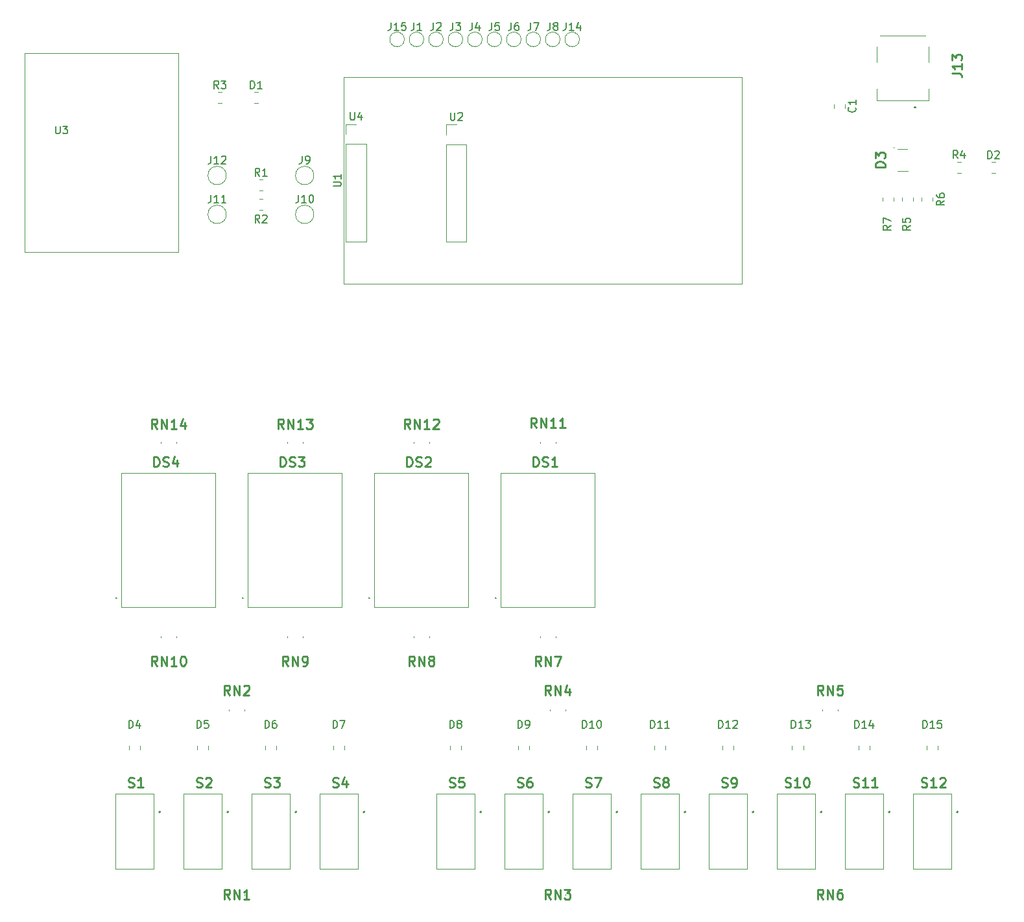
<source format=gto>
G04 #@! TF.GenerationSoftware,KiCad,Pcbnew,(5.1.8)-1*
G04 #@! TF.CreationDate,2021-01-01T13:05:33+09:00*
G04 #@! TF.ProjectId,mifune_TE0890_local_board,6d696675-6e65-45f5-9445-303839305f6c,0.1*
G04 #@! TF.SameCoordinates,Original*
G04 #@! TF.FileFunction,Legend,Top*
G04 #@! TF.FilePolarity,Positive*
%FSLAX46Y46*%
G04 Gerber Fmt 4.6, Leading zero omitted, Abs format (unit mm)*
G04 Created by KiCad (PCBNEW (5.1.8)-1) date 2021-01-01 13:05:33*
%MOMM*%
%LPD*%
G01*
G04 APERTURE LIST*
%ADD10C,0.120000*%
%ADD11C,0.100000*%
%ADD12C,0.200000*%
%ADD13C,0.150000*%
%ADD14C,0.254000*%
G04 APERTURE END LIST*
D10*
X139030000Y-66840000D02*
X139030000Y-39840000D01*
X87030000Y-39840000D02*
X87030000Y-66840000D01*
X139030000Y-39840000D02*
X87030000Y-39840000D01*
X87030000Y-66840000D02*
X139030000Y-66840000D01*
X65405000Y-36755000D02*
X45385000Y-36755000D01*
X65405000Y-62725000D02*
X65405000Y-36755000D01*
X45385000Y-62725000D02*
X45385000Y-36755000D01*
X65405000Y-62725000D02*
X45385000Y-62725000D01*
X71685000Y-57785000D02*
G75*
G03*
X71685000Y-57785000I-1200000J0D01*
G01*
X71685000Y-52705000D02*
G75*
G03*
X71685000Y-52705000I-1200000J0D01*
G01*
X75826252Y-43280000D02*
X75303748Y-43280000D01*
X75826252Y-41810000D02*
X75303748Y-41810000D01*
X70622936Y-43280000D02*
X71077064Y-43280000D01*
X70622936Y-41810000D02*
X71077064Y-41810000D01*
X151010000Y-43366248D02*
X151010000Y-43888752D01*
X152480000Y-43366248D02*
X152480000Y-43888752D01*
X172093752Y-50915000D02*
X171571248Y-50915000D01*
X172093752Y-52385000D02*
X171571248Y-52385000D01*
D11*
X160650000Y-52150000D02*
X159300000Y-52150000D01*
X160600000Y-49250000D02*
X159350000Y-49250000D01*
X158850000Y-49100000D02*
X158850000Y-49100000D01*
X158850000Y-49000000D02*
X158850000Y-49000000D01*
X158850000Y-49100000D02*
G75*
G02*
X158850000Y-49000000I0J50000D01*
G01*
X158850000Y-49000000D02*
G75*
G02*
X158850000Y-49100000I0J-50000D01*
G01*
D10*
X58955000Y-127747752D02*
X58955000Y-127225248D01*
X60425000Y-127747752D02*
X60425000Y-127225248D01*
X69315000Y-127747752D02*
X69315000Y-127225248D01*
X67845000Y-127747752D02*
X67845000Y-127225248D01*
X76735000Y-127769252D02*
X76735000Y-127246748D01*
X78205000Y-127769252D02*
X78205000Y-127246748D01*
X87095000Y-127769252D02*
X87095000Y-127246748D01*
X85625000Y-127769252D02*
X85625000Y-127246748D01*
X100865000Y-127747752D02*
X100865000Y-127225248D01*
X102335000Y-127747752D02*
X102335000Y-127225248D01*
X111225000Y-127769252D02*
X111225000Y-127246748D01*
X109755000Y-127769252D02*
X109755000Y-127246748D01*
X118645000Y-127747752D02*
X118645000Y-127225248D01*
X120115000Y-127747752D02*
X120115000Y-127225248D01*
X129005000Y-127769252D02*
X129005000Y-127246748D01*
X127535000Y-127769252D02*
X127535000Y-127246748D01*
X136425000Y-127769252D02*
X136425000Y-127246748D01*
X137895000Y-127769252D02*
X137895000Y-127246748D01*
X147017500Y-127769252D02*
X147017500Y-127246748D01*
X145547500Y-127769252D02*
X145547500Y-127246748D01*
X154205000Y-127747752D02*
X154205000Y-127225248D01*
X155675000Y-127747752D02*
X155675000Y-127225248D01*
X164565000Y-127769252D02*
X164565000Y-127246748D01*
X163095000Y-127769252D02*
X163095000Y-127246748D01*
D11*
X107540000Y-91580000D02*
X119790000Y-91580000D01*
X119790000Y-91580000D02*
X119790000Y-109080000D01*
X119790000Y-109080000D02*
X107540000Y-109080000D01*
X107540000Y-109080000D02*
X107540000Y-91580000D01*
D12*
X106785000Y-107950000D02*
X106785000Y-107950000D01*
X106885000Y-107950000D02*
X106885000Y-107950000D01*
X106785000Y-107950000D02*
X106785000Y-107950000D01*
X106885000Y-107950000D02*
G75*
G02*
X106785000Y-107950000I-50000J0D01*
G01*
X106785000Y-107950000D02*
G75*
G02*
X106885000Y-107950000I50000J0D01*
G01*
X106885000Y-107950000D02*
G75*
G02*
X106785000Y-107950000I-50000J0D01*
G01*
X90275000Y-107950000D02*
X90275000Y-107950000D01*
X90375000Y-107950000D02*
X90375000Y-107950000D01*
X90275000Y-107950000D02*
X90275000Y-107950000D01*
D11*
X91030000Y-109080000D02*
X91030000Y-91580000D01*
X103280000Y-109080000D02*
X91030000Y-109080000D01*
X103280000Y-91580000D02*
X103280000Y-109080000D01*
X91030000Y-91580000D02*
X103280000Y-91580000D01*
D12*
X90375000Y-107950000D02*
G75*
G02*
X90275000Y-107950000I-50000J0D01*
G01*
X90275000Y-107950000D02*
G75*
G02*
X90375000Y-107950000I50000J0D01*
G01*
X90375000Y-107950000D02*
G75*
G02*
X90275000Y-107950000I-50000J0D01*
G01*
D11*
X74520000Y-91580000D02*
X86770000Y-91580000D01*
X86770000Y-91580000D02*
X86770000Y-109080000D01*
X86770000Y-109080000D02*
X74520000Y-109080000D01*
X74520000Y-109080000D02*
X74520000Y-91580000D01*
D12*
X73765000Y-107950000D02*
X73765000Y-107950000D01*
X73865000Y-107950000D02*
X73865000Y-107950000D01*
X73765000Y-107950000D02*
X73765000Y-107950000D01*
X73865000Y-107950000D02*
G75*
G02*
X73765000Y-107950000I-50000J0D01*
G01*
X73765000Y-107950000D02*
G75*
G02*
X73865000Y-107950000I50000J0D01*
G01*
X73865000Y-107950000D02*
G75*
G02*
X73765000Y-107950000I-50000J0D01*
G01*
X57255000Y-107950000D02*
X57255000Y-107950000D01*
X57355000Y-107950000D02*
X57355000Y-107950000D01*
X57255000Y-107950000D02*
X57255000Y-107950000D01*
D11*
X58010000Y-109080000D02*
X58010000Y-91580000D01*
X70260000Y-109080000D02*
X58010000Y-109080000D01*
X70260000Y-91580000D02*
X70260000Y-109080000D01*
X58010000Y-91580000D02*
X70260000Y-91580000D01*
D12*
X57355000Y-107950000D02*
G75*
G02*
X57255000Y-107950000I-50000J0D01*
G01*
X57255000Y-107950000D02*
G75*
G02*
X57355000Y-107950000I50000J0D01*
G01*
X57355000Y-107950000D02*
G75*
G02*
X57255000Y-107950000I-50000J0D01*
G01*
X161700000Y-43800000D02*
X161700000Y-43800000D01*
X161500000Y-43800000D02*
X161500000Y-43800000D01*
D11*
X163350000Y-35900000D02*
X163350000Y-37900000D01*
X156650000Y-35900000D02*
X156650000Y-37900000D01*
X157000000Y-34450000D02*
X163000000Y-34450000D01*
X156650000Y-42900000D02*
X156650000Y-41400000D01*
X163350000Y-42900000D02*
X156650000Y-42900000D01*
X163350000Y-41400000D02*
X163350000Y-42900000D01*
D12*
X161700000Y-43800000D02*
G75*
G03*
X161500000Y-43800000I-100000J0D01*
G01*
X161500000Y-43800000D02*
G75*
G03*
X161700000Y-43800000I100000J0D01*
G01*
D10*
X75972936Y-54710000D02*
X76427064Y-54710000D01*
X75972936Y-53240000D02*
X76427064Y-53240000D01*
X75972936Y-55780000D02*
X76427064Y-55780000D01*
X75972936Y-57250000D02*
X76427064Y-57250000D01*
X167122936Y-50915000D02*
X167577064Y-50915000D01*
X167122936Y-52385000D02*
X167577064Y-52385000D01*
X161370000Y-55597936D02*
X161370000Y-56052064D01*
X159900000Y-55597936D02*
X159900000Y-56052064D01*
X163910000Y-56052064D02*
X163910000Y-55597936D01*
X162440000Y-56052064D02*
X162440000Y-55597936D01*
X157360000Y-55597936D02*
X157360000Y-56052064D01*
X158830000Y-55597936D02*
X158830000Y-56052064D01*
D11*
X72025000Y-146585000D02*
X72025000Y-146785000D01*
X74025000Y-146585000D02*
X74025000Y-146785000D01*
X74025000Y-122455000D02*
X74025000Y-122655000D01*
X72025000Y-122455000D02*
X72025000Y-122655000D01*
X115935000Y-146585000D02*
X115935000Y-146785000D01*
X113935000Y-146585000D02*
X113935000Y-146785000D01*
X115935000Y-122455000D02*
X115935000Y-122655000D01*
X113935000Y-122455000D02*
X113935000Y-122655000D01*
X149495000Y-122455000D02*
X149495000Y-122655000D01*
X151495000Y-122455000D02*
X151495000Y-122655000D01*
X149495000Y-146585000D02*
X149495000Y-146785000D01*
X151495000Y-146585000D02*
X151495000Y-146785000D01*
X112665000Y-112930000D02*
X112665000Y-113130000D01*
X114665000Y-112930000D02*
X114665000Y-113130000D01*
X98155000Y-112930000D02*
X98155000Y-113130000D01*
X96155000Y-112930000D02*
X96155000Y-113130000D01*
X79645000Y-112930000D02*
X79645000Y-113130000D01*
X81645000Y-112930000D02*
X81645000Y-113130000D01*
X65135000Y-112930000D02*
X65135000Y-113130000D01*
X63135000Y-112930000D02*
X63135000Y-113130000D01*
X112665000Y-87530000D02*
X112665000Y-87730000D01*
X114665000Y-87530000D02*
X114665000Y-87730000D01*
X98155000Y-87530000D02*
X98155000Y-87730000D01*
X96155000Y-87530000D02*
X96155000Y-87730000D01*
X79645000Y-87530000D02*
X79645000Y-87730000D01*
X81645000Y-87530000D02*
X81645000Y-87730000D01*
X65135000Y-87530000D02*
X65135000Y-87730000D01*
X63135000Y-87530000D02*
X63135000Y-87730000D01*
X57190000Y-133530000D02*
X62190000Y-133530000D01*
X62190000Y-133530000D02*
X62190000Y-143330000D01*
X62190000Y-143330000D02*
X57190000Y-143330000D01*
X57190000Y-143330000D02*
X57190000Y-133530000D01*
D12*
X62990000Y-135790000D02*
X62990000Y-135790000D01*
X62990000Y-135990000D02*
X62990000Y-135990000D01*
X62990000Y-135790000D02*
G75*
G02*
X62990000Y-135990000I0J-100000D01*
G01*
X62990000Y-135990000D02*
G75*
G02*
X62990000Y-135790000I0J100000D01*
G01*
X71880000Y-135990000D02*
X71880000Y-135990000D01*
X71880000Y-135790000D02*
X71880000Y-135790000D01*
D11*
X66080000Y-143330000D02*
X66080000Y-133530000D01*
X71080000Y-143330000D02*
X66080000Y-143330000D01*
X71080000Y-133530000D02*
X71080000Y-143330000D01*
X66080000Y-133530000D02*
X71080000Y-133530000D01*
D12*
X71880000Y-135990000D02*
G75*
G02*
X71880000Y-135790000I0J100000D01*
G01*
X71880000Y-135790000D02*
G75*
G02*
X71880000Y-135990000I0J-100000D01*
G01*
D11*
X74970000Y-133530000D02*
X79970000Y-133530000D01*
X79970000Y-133530000D02*
X79970000Y-143330000D01*
X79970000Y-143330000D02*
X74970000Y-143330000D01*
X74970000Y-143330000D02*
X74970000Y-133530000D01*
D12*
X80770000Y-135790000D02*
X80770000Y-135790000D01*
X80770000Y-135990000D02*
X80770000Y-135990000D01*
X80770000Y-135790000D02*
G75*
G02*
X80770000Y-135990000I0J-100000D01*
G01*
X80770000Y-135990000D02*
G75*
G02*
X80770000Y-135790000I0J100000D01*
G01*
X89660000Y-135990000D02*
X89660000Y-135990000D01*
X89660000Y-135790000D02*
X89660000Y-135790000D01*
D11*
X83860000Y-143330000D02*
X83860000Y-133530000D01*
X88860000Y-143330000D02*
X83860000Y-143330000D01*
X88860000Y-133530000D02*
X88860000Y-143330000D01*
X83860000Y-133530000D02*
X88860000Y-133530000D01*
D12*
X89660000Y-135990000D02*
G75*
G02*
X89660000Y-135790000I0J100000D01*
G01*
X89660000Y-135790000D02*
G75*
G02*
X89660000Y-135990000I0J-100000D01*
G01*
D11*
X99100000Y-133530000D02*
X104100000Y-133530000D01*
X104100000Y-133530000D02*
X104100000Y-143330000D01*
X104100000Y-143330000D02*
X99100000Y-143330000D01*
X99100000Y-143330000D02*
X99100000Y-133530000D01*
D12*
X104900000Y-135790000D02*
X104900000Y-135790000D01*
X104900000Y-135990000D02*
X104900000Y-135990000D01*
X104900000Y-135790000D02*
G75*
G02*
X104900000Y-135990000I0J-100000D01*
G01*
X104900000Y-135990000D02*
G75*
G02*
X104900000Y-135790000I0J100000D01*
G01*
X113790000Y-135990000D02*
X113790000Y-135990000D01*
X113790000Y-135790000D02*
X113790000Y-135790000D01*
D11*
X107990000Y-143330000D02*
X107990000Y-133530000D01*
X112990000Y-143330000D02*
X107990000Y-143330000D01*
X112990000Y-133530000D02*
X112990000Y-143330000D01*
X107990000Y-133530000D02*
X112990000Y-133530000D01*
D12*
X113790000Y-135990000D02*
G75*
G02*
X113790000Y-135790000I0J100000D01*
G01*
X113790000Y-135790000D02*
G75*
G02*
X113790000Y-135990000I0J-100000D01*
G01*
D11*
X116880000Y-133530000D02*
X121880000Y-133530000D01*
X121880000Y-133530000D02*
X121880000Y-143330000D01*
X121880000Y-143330000D02*
X116880000Y-143330000D01*
X116880000Y-143330000D02*
X116880000Y-133530000D01*
D12*
X122680000Y-135790000D02*
X122680000Y-135790000D01*
X122680000Y-135990000D02*
X122680000Y-135990000D01*
X122680000Y-135790000D02*
G75*
G02*
X122680000Y-135990000I0J-100000D01*
G01*
X122680000Y-135990000D02*
G75*
G02*
X122680000Y-135790000I0J100000D01*
G01*
X131570000Y-135990000D02*
X131570000Y-135990000D01*
X131570000Y-135790000D02*
X131570000Y-135790000D01*
D11*
X125770000Y-143330000D02*
X125770000Y-133530000D01*
X130770000Y-143330000D02*
X125770000Y-143330000D01*
X130770000Y-133530000D02*
X130770000Y-143330000D01*
X125770000Y-133530000D02*
X130770000Y-133530000D01*
D12*
X131570000Y-135990000D02*
G75*
G02*
X131570000Y-135790000I0J100000D01*
G01*
X131570000Y-135790000D02*
G75*
G02*
X131570000Y-135990000I0J-100000D01*
G01*
D11*
X134660000Y-133530000D02*
X139660000Y-133530000D01*
X139660000Y-133530000D02*
X139660000Y-143330000D01*
X139660000Y-143330000D02*
X134660000Y-143330000D01*
X134660000Y-143330000D02*
X134660000Y-133530000D01*
D12*
X140460000Y-135790000D02*
X140460000Y-135790000D01*
X140460000Y-135990000D02*
X140460000Y-135990000D01*
X140460000Y-135790000D02*
G75*
G02*
X140460000Y-135990000I0J-100000D01*
G01*
X140460000Y-135990000D02*
G75*
G02*
X140460000Y-135790000I0J100000D01*
G01*
X149350000Y-135990000D02*
X149350000Y-135990000D01*
X149350000Y-135790000D02*
X149350000Y-135790000D01*
D11*
X143550000Y-143330000D02*
X143550000Y-133530000D01*
X148550000Y-143330000D02*
X143550000Y-143330000D01*
X148550000Y-133530000D02*
X148550000Y-143330000D01*
X143550000Y-133530000D02*
X148550000Y-133530000D01*
D12*
X149350000Y-135990000D02*
G75*
G02*
X149350000Y-135790000I0J100000D01*
G01*
X149350000Y-135790000D02*
G75*
G02*
X149350000Y-135990000I0J-100000D01*
G01*
D11*
X152440000Y-133530000D02*
X157440000Y-133530000D01*
X157440000Y-133530000D02*
X157440000Y-143330000D01*
X157440000Y-143330000D02*
X152440000Y-143330000D01*
X152440000Y-143330000D02*
X152440000Y-133530000D01*
D12*
X158240000Y-135790000D02*
X158240000Y-135790000D01*
X158240000Y-135990000D02*
X158240000Y-135990000D01*
X158240000Y-135790000D02*
G75*
G02*
X158240000Y-135990000I0J-100000D01*
G01*
X158240000Y-135990000D02*
G75*
G02*
X158240000Y-135790000I0J100000D01*
G01*
X167130000Y-135990000D02*
X167130000Y-135990000D01*
X167130000Y-135790000D02*
X167130000Y-135790000D01*
D11*
X161330000Y-143330000D02*
X161330000Y-133530000D01*
X166330000Y-143330000D02*
X161330000Y-143330000D01*
X166330000Y-133530000D02*
X166330000Y-143330000D01*
X161330000Y-133530000D02*
X166330000Y-133530000D01*
D12*
X167130000Y-135990000D02*
G75*
G02*
X167130000Y-135790000I0J100000D01*
G01*
X167130000Y-135790000D02*
G75*
G02*
X167130000Y-135990000I0J-100000D01*
G01*
D10*
X100380000Y-61390000D02*
X103040000Y-61390000D01*
X100380000Y-48630000D02*
X100380000Y-61390000D01*
X103040000Y-48630000D02*
X103040000Y-61390000D01*
X100380000Y-48630000D02*
X103040000Y-48630000D01*
X100380000Y-47360000D02*
X100380000Y-46030000D01*
X100380000Y-46030000D02*
X101710000Y-46030000D01*
X87290000Y-46010000D02*
X88620000Y-46010000D01*
X87290000Y-47340000D02*
X87290000Y-46010000D01*
X87290000Y-48610000D02*
X89950000Y-48610000D01*
X89950000Y-48610000D02*
X89950000Y-61370000D01*
X87290000Y-48610000D02*
X87290000Y-61370000D01*
X87290000Y-61370000D02*
X89950000Y-61370000D01*
X83115000Y-52705000D02*
G75*
G03*
X83115000Y-52705000I-1200000J0D01*
G01*
X83115000Y-57785000D02*
G75*
G03*
X83115000Y-57785000I-1200000J0D01*
G01*
X97470000Y-34925000D02*
G75*
G03*
X97470000Y-34925000I-950000J0D01*
G01*
X100010000Y-34925000D02*
G75*
G03*
X100010000Y-34925000I-950000J0D01*
G01*
X102550000Y-34925000D02*
G75*
G03*
X102550000Y-34925000I-950000J0D01*
G01*
X105090000Y-34925000D02*
G75*
G03*
X105090000Y-34925000I-950000J0D01*
G01*
X107630000Y-34925000D02*
G75*
G03*
X107630000Y-34925000I-950000J0D01*
G01*
X110170000Y-34925000D02*
G75*
G03*
X110170000Y-34925000I-950000J0D01*
G01*
X112710000Y-34925000D02*
G75*
G03*
X112710000Y-34925000I-950000J0D01*
G01*
X115250000Y-34925000D02*
G75*
G03*
X115250000Y-34925000I-950000J0D01*
G01*
X117790000Y-34925000D02*
G75*
G03*
X117790000Y-34925000I-950000J0D01*
G01*
X94930000Y-34925000D02*
G75*
G03*
X94930000Y-34925000I-950000J0D01*
G01*
D13*
X85667380Y-54101904D02*
X86476904Y-54101904D01*
X86572142Y-54054285D01*
X86619761Y-54006666D01*
X86667380Y-53911428D01*
X86667380Y-53720952D01*
X86619761Y-53625714D01*
X86572142Y-53578095D01*
X86476904Y-53530476D01*
X85667380Y-53530476D01*
X86667380Y-52530476D02*
X86667380Y-53101904D01*
X86667380Y-52816190D02*
X85667380Y-52816190D01*
X85810238Y-52911428D01*
X85905476Y-53006666D01*
X85953095Y-53101904D01*
X49403095Y-46247380D02*
X49403095Y-47056904D01*
X49450714Y-47152142D01*
X49498333Y-47199761D01*
X49593571Y-47247380D01*
X49784047Y-47247380D01*
X49879285Y-47199761D01*
X49926904Y-47152142D01*
X49974523Y-47056904D01*
X49974523Y-46247380D01*
X50355476Y-46247380D02*
X50974523Y-46247380D01*
X50641190Y-46628333D01*
X50784047Y-46628333D01*
X50879285Y-46675952D01*
X50926904Y-46723571D01*
X50974523Y-46818809D01*
X50974523Y-47056904D01*
X50926904Y-47152142D01*
X50879285Y-47199761D01*
X50784047Y-47247380D01*
X50498333Y-47247380D01*
X50403095Y-47199761D01*
X50355476Y-47152142D01*
X69675476Y-55239380D02*
X69675476Y-55953666D01*
X69627857Y-56096523D01*
X69532619Y-56191761D01*
X69389761Y-56239380D01*
X69294523Y-56239380D01*
X70675476Y-56239380D02*
X70104047Y-56239380D01*
X70389761Y-56239380D02*
X70389761Y-55239380D01*
X70294523Y-55382238D01*
X70199285Y-55477476D01*
X70104047Y-55525095D01*
X71627857Y-56239380D02*
X71056428Y-56239380D01*
X71342142Y-56239380D02*
X71342142Y-55239380D01*
X71246904Y-55382238D01*
X71151666Y-55477476D01*
X71056428Y-55525095D01*
X69675476Y-50159380D02*
X69675476Y-50873666D01*
X69627857Y-51016523D01*
X69532619Y-51111761D01*
X69389761Y-51159380D01*
X69294523Y-51159380D01*
X70675476Y-51159380D02*
X70104047Y-51159380D01*
X70389761Y-51159380D02*
X70389761Y-50159380D01*
X70294523Y-50302238D01*
X70199285Y-50397476D01*
X70104047Y-50445095D01*
X71056428Y-50254619D02*
X71104047Y-50207000D01*
X71199285Y-50159380D01*
X71437380Y-50159380D01*
X71532619Y-50207000D01*
X71580238Y-50254619D01*
X71627857Y-50349857D01*
X71627857Y-50445095D01*
X71580238Y-50587952D01*
X71008809Y-51159380D01*
X71627857Y-51159380D01*
X74826904Y-41346380D02*
X74826904Y-40346380D01*
X75065000Y-40346380D01*
X75207857Y-40394000D01*
X75303095Y-40489238D01*
X75350714Y-40584476D01*
X75398333Y-40774952D01*
X75398333Y-40917809D01*
X75350714Y-41108285D01*
X75303095Y-41203523D01*
X75207857Y-41298761D01*
X75065000Y-41346380D01*
X74826904Y-41346380D01*
X76350714Y-41346380D02*
X75779285Y-41346380D01*
X76065000Y-41346380D02*
X76065000Y-40346380D01*
X75969761Y-40489238D01*
X75874523Y-40584476D01*
X75779285Y-40632095D01*
X70683333Y-41347380D02*
X70350000Y-40871190D01*
X70111904Y-41347380D02*
X70111904Y-40347380D01*
X70492857Y-40347380D01*
X70588095Y-40395000D01*
X70635714Y-40442619D01*
X70683333Y-40537857D01*
X70683333Y-40680714D01*
X70635714Y-40775952D01*
X70588095Y-40823571D01*
X70492857Y-40871190D01*
X70111904Y-40871190D01*
X71016666Y-40347380D02*
X71635714Y-40347380D01*
X71302380Y-40728333D01*
X71445238Y-40728333D01*
X71540476Y-40775952D01*
X71588095Y-40823571D01*
X71635714Y-40918809D01*
X71635714Y-41156904D01*
X71588095Y-41252142D01*
X71540476Y-41299761D01*
X71445238Y-41347380D01*
X71159523Y-41347380D01*
X71064285Y-41299761D01*
X71016666Y-41252142D01*
X153782142Y-43794166D02*
X153829761Y-43841785D01*
X153877380Y-43984642D01*
X153877380Y-44079880D01*
X153829761Y-44222738D01*
X153734523Y-44317976D01*
X153639285Y-44365595D01*
X153448809Y-44413214D01*
X153305952Y-44413214D01*
X153115476Y-44365595D01*
X153020238Y-44317976D01*
X152925000Y-44222738D01*
X152877380Y-44079880D01*
X152877380Y-43984642D01*
X152925000Y-43841785D01*
X152972619Y-43794166D01*
X153877380Y-42841785D02*
X153877380Y-43413214D01*
X153877380Y-43127500D02*
X152877380Y-43127500D01*
X153020238Y-43222738D01*
X153115476Y-43317976D01*
X153163095Y-43413214D01*
X171092904Y-50490380D02*
X171092904Y-49490380D01*
X171331000Y-49490380D01*
X171473857Y-49538000D01*
X171569095Y-49633238D01*
X171616714Y-49728476D01*
X171664333Y-49918952D01*
X171664333Y-50061809D01*
X171616714Y-50252285D01*
X171569095Y-50347523D01*
X171473857Y-50442761D01*
X171331000Y-50490380D01*
X171092904Y-50490380D01*
X172045285Y-49585619D02*
X172092904Y-49538000D01*
X172188142Y-49490380D01*
X172426238Y-49490380D01*
X172521476Y-49538000D01*
X172569095Y-49585619D01*
X172616714Y-49680857D01*
X172616714Y-49776095D01*
X172569095Y-49918952D01*
X171997666Y-50490380D01*
X172616714Y-50490380D01*
D14*
X157673523Y-51610380D02*
X156403523Y-51610380D01*
X156403523Y-51308000D01*
X156464000Y-51126571D01*
X156584952Y-51005619D01*
X156705904Y-50945142D01*
X156947809Y-50884666D01*
X157129238Y-50884666D01*
X157371142Y-50945142D01*
X157492095Y-51005619D01*
X157613047Y-51126571D01*
X157673523Y-51308000D01*
X157673523Y-51610380D01*
X156403523Y-50461333D02*
X156403523Y-49675142D01*
X156887333Y-50098476D01*
X156887333Y-49917047D01*
X156947809Y-49796095D01*
X157008285Y-49735619D01*
X157129238Y-49675142D01*
X157431619Y-49675142D01*
X157552571Y-49735619D01*
X157613047Y-49796095D01*
X157673523Y-49917047D01*
X157673523Y-50279904D01*
X157613047Y-50400857D01*
X157552571Y-50461333D01*
D13*
X58951904Y-124912380D02*
X58951904Y-123912380D01*
X59190000Y-123912380D01*
X59332857Y-123960000D01*
X59428095Y-124055238D01*
X59475714Y-124150476D01*
X59523333Y-124340952D01*
X59523333Y-124483809D01*
X59475714Y-124674285D01*
X59428095Y-124769523D01*
X59332857Y-124864761D01*
X59190000Y-124912380D01*
X58951904Y-124912380D01*
X60380476Y-124245714D02*
X60380476Y-124912380D01*
X60142380Y-123864761D02*
X59904285Y-124579047D01*
X60523333Y-124579047D01*
X67841904Y-124912380D02*
X67841904Y-123912380D01*
X68080000Y-123912380D01*
X68222857Y-123960000D01*
X68318095Y-124055238D01*
X68365714Y-124150476D01*
X68413333Y-124340952D01*
X68413333Y-124483809D01*
X68365714Y-124674285D01*
X68318095Y-124769523D01*
X68222857Y-124864761D01*
X68080000Y-124912380D01*
X67841904Y-124912380D01*
X69318095Y-123912380D02*
X68841904Y-123912380D01*
X68794285Y-124388571D01*
X68841904Y-124340952D01*
X68937142Y-124293333D01*
X69175238Y-124293333D01*
X69270476Y-124340952D01*
X69318095Y-124388571D01*
X69365714Y-124483809D01*
X69365714Y-124721904D01*
X69318095Y-124817142D01*
X69270476Y-124864761D01*
X69175238Y-124912380D01*
X68937142Y-124912380D01*
X68841904Y-124864761D01*
X68794285Y-124817142D01*
X76731904Y-124912380D02*
X76731904Y-123912380D01*
X76970000Y-123912380D01*
X77112857Y-123960000D01*
X77208095Y-124055238D01*
X77255714Y-124150476D01*
X77303333Y-124340952D01*
X77303333Y-124483809D01*
X77255714Y-124674285D01*
X77208095Y-124769523D01*
X77112857Y-124864761D01*
X76970000Y-124912380D01*
X76731904Y-124912380D01*
X78160476Y-123912380D02*
X77970000Y-123912380D01*
X77874761Y-123960000D01*
X77827142Y-124007619D01*
X77731904Y-124150476D01*
X77684285Y-124340952D01*
X77684285Y-124721904D01*
X77731904Y-124817142D01*
X77779523Y-124864761D01*
X77874761Y-124912380D01*
X78065238Y-124912380D01*
X78160476Y-124864761D01*
X78208095Y-124817142D01*
X78255714Y-124721904D01*
X78255714Y-124483809D01*
X78208095Y-124388571D01*
X78160476Y-124340952D01*
X78065238Y-124293333D01*
X77874761Y-124293333D01*
X77779523Y-124340952D01*
X77731904Y-124388571D01*
X77684285Y-124483809D01*
X85621904Y-124912380D02*
X85621904Y-123912380D01*
X85860000Y-123912380D01*
X86002857Y-123960000D01*
X86098095Y-124055238D01*
X86145714Y-124150476D01*
X86193333Y-124340952D01*
X86193333Y-124483809D01*
X86145714Y-124674285D01*
X86098095Y-124769523D01*
X86002857Y-124864761D01*
X85860000Y-124912380D01*
X85621904Y-124912380D01*
X86526666Y-123912380D02*
X87193333Y-123912380D01*
X86764761Y-124912380D01*
X100861904Y-124912380D02*
X100861904Y-123912380D01*
X101100000Y-123912380D01*
X101242857Y-123960000D01*
X101338095Y-124055238D01*
X101385714Y-124150476D01*
X101433333Y-124340952D01*
X101433333Y-124483809D01*
X101385714Y-124674285D01*
X101338095Y-124769523D01*
X101242857Y-124864761D01*
X101100000Y-124912380D01*
X100861904Y-124912380D01*
X102004761Y-124340952D02*
X101909523Y-124293333D01*
X101861904Y-124245714D01*
X101814285Y-124150476D01*
X101814285Y-124102857D01*
X101861904Y-124007619D01*
X101909523Y-123960000D01*
X102004761Y-123912380D01*
X102195238Y-123912380D01*
X102290476Y-123960000D01*
X102338095Y-124007619D01*
X102385714Y-124102857D01*
X102385714Y-124150476D01*
X102338095Y-124245714D01*
X102290476Y-124293333D01*
X102195238Y-124340952D01*
X102004761Y-124340952D01*
X101909523Y-124388571D01*
X101861904Y-124436190D01*
X101814285Y-124531428D01*
X101814285Y-124721904D01*
X101861904Y-124817142D01*
X101909523Y-124864761D01*
X102004761Y-124912380D01*
X102195238Y-124912380D01*
X102290476Y-124864761D01*
X102338095Y-124817142D01*
X102385714Y-124721904D01*
X102385714Y-124531428D01*
X102338095Y-124436190D01*
X102290476Y-124388571D01*
X102195238Y-124340952D01*
X109751904Y-124912380D02*
X109751904Y-123912380D01*
X109990000Y-123912380D01*
X110132857Y-123960000D01*
X110228095Y-124055238D01*
X110275714Y-124150476D01*
X110323333Y-124340952D01*
X110323333Y-124483809D01*
X110275714Y-124674285D01*
X110228095Y-124769523D01*
X110132857Y-124864761D01*
X109990000Y-124912380D01*
X109751904Y-124912380D01*
X110799523Y-124912380D02*
X110990000Y-124912380D01*
X111085238Y-124864761D01*
X111132857Y-124817142D01*
X111228095Y-124674285D01*
X111275714Y-124483809D01*
X111275714Y-124102857D01*
X111228095Y-124007619D01*
X111180476Y-123960000D01*
X111085238Y-123912380D01*
X110894761Y-123912380D01*
X110799523Y-123960000D01*
X110751904Y-124007619D01*
X110704285Y-124102857D01*
X110704285Y-124340952D01*
X110751904Y-124436190D01*
X110799523Y-124483809D01*
X110894761Y-124531428D01*
X111085238Y-124531428D01*
X111180476Y-124483809D01*
X111228095Y-124436190D01*
X111275714Y-124340952D01*
X118165714Y-124912380D02*
X118165714Y-123912380D01*
X118403809Y-123912380D01*
X118546666Y-123960000D01*
X118641904Y-124055238D01*
X118689523Y-124150476D01*
X118737142Y-124340952D01*
X118737142Y-124483809D01*
X118689523Y-124674285D01*
X118641904Y-124769523D01*
X118546666Y-124864761D01*
X118403809Y-124912380D01*
X118165714Y-124912380D01*
X119689523Y-124912380D02*
X119118095Y-124912380D01*
X119403809Y-124912380D02*
X119403809Y-123912380D01*
X119308571Y-124055238D01*
X119213333Y-124150476D01*
X119118095Y-124198095D01*
X120308571Y-123912380D02*
X120403809Y-123912380D01*
X120499047Y-123960000D01*
X120546666Y-124007619D01*
X120594285Y-124102857D01*
X120641904Y-124293333D01*
X120641904Y-124531428D01*
X120594285Y-124721904D01*
X120546666Y-124817142D01*
X120499047Y-124864761D01*
X120403809Y-124912380D01*
X120308571Y-124912380D01*
X120213333Y-124864761D01*
X120165714Y-124817142D01*
X120118095Y-124721904D01*
X120070476Y-124531428D01*
X120070476Y-124293333D01*
X120118095Y-124102857D01*
X120165714Y-124007619D01*
X120213333Y-123960000D01*
X120308571Y-123912380D01*
X127055714Y-124912380D02*
X127055714Y-123912380D01*
X127293809Y-123912380D01*
X127436666Y-123960000D01*
X127531904Y-124055238D01*
X127579523Y-124150476D01*
X127627142Y-124340952D01*
X127627142Y-124483809D01*
X127579523Y-124674285D01*
X127531904Y-124769523D01*
X127436666Y-124864761D01*
X127293809Y-124912380D01*
X127055714Y-124912380D01*
X128579523Y-124912380D02*
X128008095Y-124912380D01*
X128293809Y-124912380D02*
X128293809Y-123912380D01*
X128198571Y-124055238D01*
X128103333Y-124150476D01*
X128008095Y-124198095D01*
X129531904Y-124912380D02*
X128960476Y-124912380D01*
X129246190Y-124912380D02*
X129246190Y-123912380D01*
X129150952Y-124055238D01*
X129055714Y-124150476D01*
X128960476Y-124198095D01*
X135945714Y-124912380D02*
X135945714Y-123912380D01*
X136183809Y-123912380D01*
X136326666Y-123960000D01*
X136421904Y-124055238D01*
X136469523Y-124150476D01*
X136517142Y-124340952D01*
X136517142Y-124483809D01*
X136469523Y-124674285D01*
X136421904Y-124769523D01*
X136326666Y-124864761D01*
X136183809Y-124912380D01*
X135945714Y-124912380D01*
X137469523Y-124912380D02*
X136898095Y-124912380D01*
X137183809Y-124912380D02*
X137183809Y-123912380D01*
X137088571Y-124055238D01*
X136993333Y-124150476D01*
X136898095Y-124198095D01*
X137850476Y-124007619D02*
X137898095Y-123960000D01*
X137993333Y-123912380D01*
X138231428Y-123912380D01*
X138326666Y-123960000D01*
X138374285Y-124007619D01*
X138421904Y-124102857D01*
X138421904Y-124198095D01*
X138374285Y-124340952D01*
X137802857Y-124912380D01*
X138421904Y-124912380D01*
X145470714Y-124912380D02*
X145470714Y-123912380D01*
X145708809Y-123912380D01*
X145851666Y-123960000D01*
X145946904Y-124055238D01*
X145994523Y-124150476D01*
X146042142Y-124340952D01*
X146042142Y-124483809D01*
X145994523Y-124674285D01*
X145946904Y-124769523D01*
X145851666Y-124864761D01*
X145708809Y-124912380D01*
X145470714Y-124912380D01*
X146994523Y-124912380D02*
X146423095Y-124912380D01*
X146708809Y-124912380D02*
X146708809Y-123912380D01*
X146613571Y-124055238D01*
X146518333Y-124150476D01*
X146423095Y-124198095D01*
X147327857Y-123912380D02*
X147946904Y-123912380D01*
X147613571Y-124293333D01*
X147756428Y-124293333D01*
X147851666Y-124340952D01*
X147899285Y-124388571D01*
X147946904Y-124483809D01*
X147946904Y-124721904D01*
X147899285Y-124817142D01*
X147851666Y-124864761D01*
X147756428Y-124912380D01*
X147470714Y-124912380D01*
X147375476Y-124864761D01*
X147327857Y-124817142D01*
X153725714Y-124912380D02*
X153725714Y-123912380D01*
X153963809Y-123912380D01*
X154106666Y-123960000D01*
X154201904Y-124055238D01*
X154249523Y-124150476D01*
X154297142Y-124340952D01*
X154297142Y-124483809D01*
X154249523Y-124674285D01*
X154201904Y-124769523D01*
X154106666Y-124864761D01*
X153963809Y-124912380D01*
X153725714Y-124912380D01*
X155249523Y-124912380D02*
X154678095Y-124912380D01*
X154963809Y-124912380D02*
X154963809Y-123912380D01*
X154868571Y-124055238D01*
X154773333Y-124150476D01*
X154678095Y-124198095D01*
X156106666Y-124245714D02*
X156106666Y-124912380D01*
X155868571Y-123864761D02*
X155630476Y-124579047D01*
X156249523Y-124579047D01*
X162615714Y-124912380D02*
X162615714Y-123912380D01*
X162853809Y-123912380D01*
X162996666Y-123960000D01*
X163091904Y-124055238D01*
X163139523Y-124150476D01*
X163187142Y-124340952D01*
X163187142Y-124483809D01*
X163139523Y-124674285D01*
X163091904Y-124769523D01*
X162996666Y-124864761D01*
X162853809Y-124912380D01*
X162615714Y-124912380D01*
X164139523Y-124912380D02*
X163568095Y-124912380D01*
X163853809Y-124912380D02*
X163853809Y-123912380D01*
X163758571Y-124055238D01*
X163663333Y-124150476D01*
X163568095Y-124198095D01*
X165044285Y-123912380D02*
X164568095Y-123912380D01*
X164520476Y-124388571D01*
X164568095Y-124340952D01*
X164663333Y-124293333D01*
X164901428Y-124293333D01*
X164996666Y-124340952D01*
X165044285Y-124388571D01*
X165091904Y-124483809D01*
X165091904Y-124721904D01*
X165044285Y-124817142D01*
X164996666Y-124864761D01*
X164901428Y-124912380D01*
X164663333Y-124912380D01*
X164568095Y-124864761D01*
X164520476Y-124817142D01*
D14*
X111744857Y-90744523D02*
X111744857Y-89474523D01*
X112047238Y-89474523D01*
X112228666Y-89535000D01*
X112349619Y-89655952D01*
X112410095Y-89776904D01*
X112470571Y-90018809D01*
X112470571Y-90200238D01*
X112410095Y-90442142D01*
X112349619Y-90563095D01*
X112228666Y-90684047D01*
X112047238Y-90744523D01*
X111744857Y-90744523D01*
X112954380Y-90684047D02*
X113135809Y-90744523D01*
X113438190Y-90744523D01*
X113559142Y-90684047D01*
X113619619Y-90623571D01*
X113680095Y-90502619D01*
X113680095Y-90381666D01*
X113619619Y-90260714D01*
X113559142Y-90200238D01*
X113438190Y-90139761D01*
X113196285Y-90079285D01*
X113075333Y-90018809D01*
X113014857Y-89958333D01*
X112954380Y-89837380D01*
X112954380Y-89716428D01*
X113014857Y-89595476D01*
X113075333Y-89535000D01*
X113196285Y-89474523D01*
X113498666Y-89474523D01*
X113680095Y-89535000D01*
X114889619Y-90744523D02*
X114163904Y-90744523D01*
X114526761Y-90744523D02*
X114526761Y-89474523D01*
X114405809Y-89655952D01*
X114284857Y-89776904D01*
X114163904Y-89837380D01*
X95234857Y-90744523D02*
X95234857Y-89474523D01*
X95537238Y-89474523D01*
X95718666Y-89535000D01*
X95839619Y-89655952D01*
X95900095Y-89776904D01*
X95960571Y-90018809D01*
X95960571Y-90200238D01*
X95900095Y-90442142D01*
X95839619Y-90563095D01*
X95718666Y-90684047D01*
X95537238Y-90744523D01*
X95234857Y-90744523D01*
X96444380Y-90684047D02*
X96625809Y-90744523D01*
X96928190Y-90744523D01*
X97049142Y-90684047D01*
X97109619Y-90623571D01*
X97170095Y-90502619D01*
X97170095Y-90381666D01*
X97109619Y-90260714D01*
X97049142Y-90200238D01*
X96928190Y-90139761D01*
X96686285Y-90079285D01*
X96565333Y-90018809D01*
X96504857Y-89958333D01*
X96444380Y-89837380D01*
X96444380Y-89716428D01*
X96504857Y-89595476D01*
X96565333Y-89535000D01*
X96686285Y-89474523D01*
X96988666Y-89474523D01*
X97170095Y-89535000D01*
X97653904Y-89595476D02*
X97714380Y-89535000D01*
X97835333Y-89474523D01*
X98137714Y-89474523D01*
X98258666Y-89535000D01*
X98319142Y-89595476D01*
X98379619Y-89716428D01*
X98379619Y-89837380D01*
X98319142Y-90018809D01*
X97593428Y-90744523D01*
X98379619Y-90744523D01*
X78724857Y-90744523D02*
X78724857Y-89474523D01*
X79027238Y-89474523D01*
X79208666Y-89535000D01*
X79329619Y-89655952D01*
X79390095Y-89776904D01*
X79450571Y-90018809D01*
X79450571Y-90200238D01*
X79390095Y-90442142D01*
X79329619Y-90563095D01*
X79208666Y-90684047D01*
X79027238Y-90744523D01*
X78724857Y-90744523D01*
X79934380Y-90684047D02*
X80115809Y-90744523D01*
X80418190Y-90744523D01*
X80539142Y-90684047D01*
X80599619Y-90623571D01*
X80660095Y-90502619D01*
X80660095Y-90381666D01*
X80599619Y-90260714D01*
X80539142Y-90200238D01*
X80418190Y-90139761D01*
X80176285Y-90079285D01*
X80055333Y-90018809D01*
X79994857Y-89958333D01*
X79934380Y-89837380D01*
X79934380Y-89716428D01*
X79994857Y-89595476D01*
X80055333Y-89535000D01*
X80176285Y-89474523D01*
X80478666Y-89474523D01*
X80660095Y-89535000D01*
X81083428Y-89474523D02*
X81869619Y-89474523D01*
X81446285Y-89958333D01*
X81627714Y-89958333D01*
X81748666Y-90018809D01*
X81809142Y-90079285D01*
X81869619Y-90200238D01*
X81869619Y-90502619D01*
X81809142Y-90623571D01*
X81748666Y-90684047D01*
X81627714Y-90744523D01*
X81264857Y-90744523D01*
X81143904Y-90684047D01*
X81083428Y-90623571D01*
X62214857Y-90744523D02*
X62214857Y-89474523D01*
X62517238Y-89474523D01*
X62698666Y-89535000D01*
X62819619Y-89655952D01*
X62880095Y-89776904D01*
X62940571Y-90018809D01*
X62940571Y-90200238D01*
X62880095Y-90442142D01*
X62819619Y-90563095D01*
X62698666Y-90684047D01*
X62517238Y-90744523D01*
X62214857Y-90744523D01*
X63424380Y-90684047D02*
X63605809Y-90744523D01*
X63908190Y-90744523D01*
X64029142Y-90684047D01*
X64089619Y-90623571D01*
X64150095Y-90502619D01*
X64150095Y-90381666D01*
X64089619Y-90260714D01*
X64029142Y-90200238D01*
X63908190Y-90139761D01*
X63666285Y-90079285D01*
X63545333Y-90018809D01*
X63484857Y-89958333D01*
X63424380Y-89837380D01*
X63424380Y-89716428D01*
X63484857Y-89595476D01*
X63545333Y-89535000D01*
X63666285Y-89474523D01*
X63968666Y-89474523D01*
X64150095Y-89535000D01*
X65238666Y-89897857D02*
X65238666Y-90744523D01*
X64936285Y-89414047D02*
X64633904Y-90321190D01*
X65420095Y-90321190D01*
X166436523Y-39353095D02*
X167343666Y-39353095D01*
X167525095Y-39413571D01*
X167646047Y-39534523D01*
X167706523Y-39715952D01*
X167706523Y-39836904D01*
X167706523Y-38083095D02*
X167706523Y-38808809D01*
X167706523Y-38445952D02*
X166436523Y-38445952D01*
X166617952Y-38566904D01*
X166738904Y-38687857D01*
X166799380Y-38808809D01*
X166436523Y-37659761D02*
X166436523Y-36873571D01*
X166920333Y-37296904D01*
X166920333Y-37115476D01*
X166980809Y-36994523D01*
X167041285Y-36934047D01*
X167162238Y-36873571D01*
X167464619Y-36873571D01*
X167585571Y-36934047D01*
X167646047Y-36994523D01*
X167706523Y-37115476D01*
X167706523Y-37478333D01*
X167646047Y-37599285D01*
X167585571Y-37659761D01*
D13*
X76033333Y-52777380D02*
X75700000Y-52301190D01*
X75461904Y-52777380D02*
X75461904Y-51777380D01*
X75842857Y-51777380D01*
X75938095Y-51825000D01*
X75985714Y-51872619D01*
X76033333Y-51967857D01*
X76033333Y-52110714D01*
X75985714Y-52205952D01*
X75938095Y-52253571D01*
X75842857Y-52301190D01*
X75461904Y-52301190D01*
X76985714Y-52777380D02*
X76414285Y-52777380D01*
X76700000Y-52777380D02*
X76700000Y-51777380D01*
X76604761Y-51920238D01*
X76509523Y-52015476D01*
X76414285Y-52063095D01*
X76033333Y-58872380D02*
X75700000Y-58396190D01*
X75461904Y-58872380D02*
X75461904Y-57872380D01*
X75842857Y-57872380D01*
X75938095Y-57920000D01*
X75985714Y-57967619D01*
X76033333Y-58062857D01*
X76033333Y-58205714D01*
X75985714Y-58300952D01*
X75938095Y-58348571D01*
X75842857Y-58396190D01*
X75461904Y-58396190D01*
X76414285Y-57967619D02*
X76461904Y-57920000D01*
X76557142Y-57872380D01*
X76795238Y-57872380D01*
X76890476Y-57920000D01*
X76938095Y-57967619D01*
X76985714Y-58062857D01*
X76985714Y-58158095D01*
X76938095Y-58300952D01*
X76366666Y-58872380D01*
X76985714Y-58872380D01*
X167183333Y-50452380D02*
X166850000Y-49976190D01*
X166611904Y-50452380D02*
X166611904Y-49452380D01*
X166992857Y-49452380D01*
X167088095Y-49500000D01*
X167135714Y-49547619D01*
X167183333Y-49642857D01*
X167183333Y-49785714D01*
X167135714Y-49880952D01*
X167088095Y-49928571D01*
X166992857Y-49976190D01*
X166611904Y-49976190D01*
X168040476Y-49785714D02*
X168040476Y-50452380D01*
X167802380Y-49404761D02*
X167564285Y-50119047D01*
X168183333Y-50119047D01*
X160980380Y-59221666D02*
X160504190Y-59555000D01*
X160980380Y-59793095D02*
X159980380Y-59793095D01*
X159980380Y-59412142D01*
X160028000Y-59316904D01*
X160075619Y-59269285D01*
X160170857Y-59221666D01*
X160313714Y-59221666D01*
X160408952Y-59269285D01*
X160456571Y-59316904D01*
X160504190Y-59412142D01*
X160504190Y-59793095D01*
X159980380Y-58316904D02*
X159980380Y-58793095D01*
X160456571Y-58840714D01*
X160408952Y-58793095D01*
X160361333Y-58697857D01*
X160361333Y-58459761D01*
X160408952Y-58364523D01*
X160456571Y-58316904D01*
X160551809Y-58269285D01*
X160789904Y-58269285D01*
X160885142Y-58316904D01*
X160932761Y-58364523D01*
X160980380Y-58459761D01*
X160980380Y-58697857D01*
X160932761Y-58793095D01*
X160885142Y-58840714D01*
X165425380Y-55991666D02*
X164949190Y-56325000D01*
X165425380Y-56563095D02*
X164425380Y-56563095D01*
X164425380Y-56182142D01*
X164473000Y-56086904D01*
X164520619Y-56039285D01*
X164615857Y-55991666D01*
X164758714Y-55991666D01*
X164853952Y-56039285D01*
X164901571Y-56086904D01*
X164949190Y-56182142D01*
X164949190Y-56563095D01*
X164425380Y-55134523D02*
X164425380Y-55325000D01*
X164473000Y-55420238D01*
X164520619Y-55467857D01*
X164663476Y-55563095D01*
X164853952Y-55610714D01*
X165234904Y-55610714D01*
X165330142Y-55563095D01*
X165377761Y-55515476D01*
X165425380Y-55420238D01*
X165425380Y-55229761D01*
X165377761Y-55134523D01*
X165330142Y-55086904D01*
X165234904Y-55039285D01*
X164996809Y-55039285D01*
X164901571Y-55086904D01*
X164853952Y-55134523D01*
X164806333Y-55229761D01*
X164806333Y-55420238D01*
X164853952Y-55515476D01*
X164901571Y-55563095D01*
X164996809Y-55610714D01*
X158440380Y-59221666D02*
X157964190Y-59555000D01*
X158440380Y-59793095D02*
X157440380Y-59793095D01*
X157440380Y-59412142D01*
X157488000Y-59316904D01*
X157535619Y-59269285D01*
X157630857Y-59221666D01*
X157773714Y-59221666D01*
X157868952Y-59269285D01*
X157916571Y-59316904D01*
X157964190Y-59412142D01*
X157964190Y-59793095D01*
X157440380Y-58888333D02*
X157440380Y-58221666D01*
X158440380Y-58650238D01*
D14*
X72148095Y-147259523D02*
X71724761Y-146654761D01*
X71422380Y-147259523D02*
X71422380Y-145989523D01*
X71906190Y-145989523D01*
X72027142Y-146050000D01*
X72087619Y-146110476D01*
X72148095Y-146231428D01*
X72148095Y-146412857D01*
X72087619Y-146533809D01*
X72027142Y-146594285D01*
X71906190Y-146654761D01*
X71422380Y-146654761D01*
X72692380Y-147259523D02*
X72692380Y-145989523D01*
X73418095Y-147259523D01*
X73418095Y-145989523D01*
X74688095Y-147259523D02*
X73962380Y-147259523D01*
X74325238Y-147259523D02*
X74325238Y-145989523D01*
X74204285Y-146170952D01*
X74083333Y-146291904D01*
X73962380Y-146352380D01*
X72148095Y-120589523D02*
X71724761Y-119984761D01*
X71422380Y-120589523D02*
X71422380Y-119319523D01*
X71906190Y-119319523D01*
X72027142Y-119380000D01*
X72087619Y-119440476D01*
X72148095Y-119561428D01*
X72148095Y-119742857D01*
X72087619Y-119863809D01*
X72027142Y-119924285D01*
X71906190Y-119984761D01*
X71422380Y-119984761D01*
X72692380Y-120589523D02*
X72692380Y-119319523D01*
X73418095Y-120589523D01*
X73418095Y-119319523D01*
X73962380Y-119440476D02*
X74022857Y-119380000D01*
X74143809Y-119319523D01*
X74446190Y-119319523D01*
X74567142Y-119380000D01*
X74627619Y-119440476D01*
X74688095Y-119561428D01*
X74688095Y-119682380D01*
X74627619Y-119863809D01*
X73901904Y-120589523D01*
X74688095Y-120589523D01*
X114058095Y-147259523D02*
X113634761Y-146654761D01*
X113332380Y-147259523D02*
X113332380Y-145989523D01*
X113816190Y-145989523D01*
X113937142Y-146050000D01*
X113997619Y-146110476D01*
X114058095Y-146231428D01*
X114058095Y-146412857D01*
X113997619Y-146533809D01*
X113937142Y-146594285D01*
X113816190Y-146654761D01*
X113332380Y-146654761D01*
X114602380Y-147259523D02*
X114602380Y-145989523D01*
X115328095Y-147259523D01*
X115328095Y-145989523D01*
X115811904Y-145989523D02*
X116598095Y-145989523D01*
X116174761Y-146473333D01*
X116356190Y-146473333D01*
X116477142Y-146533809D01*
X116537619Y-146594285D01*
X116598095Y-146715238D01*
X116598095Y-147017619D01*
X116537619Y-147138571D01*
X116477142Y-147199047D01*
X116356190Y-147259523D01*
X115993333Y-147259523D01*
X115872380Y-147199047D01*
X115811904Y-147138571D01*
X114058095Y-120589523D02*
X113634761Y-119984761D01*
X113332380Y-120589523D02*
X113332380Y-119319523D01*
X113816190Y-119319523D01*
X113937142Y-119380000D01*
X113997619Y-119440476D01*
X114058095Y-119561428D01*
X114058095Y-119742857D01*
X113997619Y-119863809D01*
X113937142Y-119924285D01*
X113816190Y-119984761D01*
X113332380Y-119984761D01*
X114602380Y-120589523D02*
X114602380Y-119319523D01*
X115328095Y-120589523D01*
X115328095Y-119319523D01*
X116477142Y-119742857D02*
X116477142Y-120589523D01*
X116174761Y-119259047D02*
X115872380Y-120166190D01*
X116658571Y-120166190D01*
X149618095Y-120589523D02*
X149194761Y-119984761D01*
X148892380Y-120589523D02*
X148892380Y-119319523D01*
X149376190Y-119319523D01*
X149497142Y-119380000D01*
X149557619Y-119440476D01*
X149618095Y-119561428D01*
X149618095Y-119742857D01*
X149557619Y-119863809D01*
X149497142Y-119924285D01*
X149376190Y-119984761D01*
X148892380Y-119984761D01*
X150162380Y-120589523D02*
X150162380Y-119319523D01*
X150888095Y-120589523D01*
X150888095Y-119319523D01*
X152097619Y-119319523D02*
X151492857Y-119319523D01*
X151432380Y-119924285D01*
X151492857Y-119863809D01*
X151613809Y-119803333D01*
X151916190Y-119803333D01*
X152037142Y-119863809D01*
X152097619Y-119924285D01*
X152158095Y-120045238D01*
X152158095Y-120347619D01*
X152097619Y-120468571D01*
X152037142Y-120529047D01*
X151916190Y-120589523D01*
X151613809Y-120589523D01*
X151492857Y-120529047D01*
X151432380Y-120468571D01*
X149618095Y-147259523D02*
X149194761Y-146654761D01*
X148892380Y-147259523D02*
X148892380Y-145989523D01*
X149376190Y-145989523D01*
X149497142Y-146050000D01*
X149557619Y-146110476D01*
X149618095Y-146231428D01*
X149618095Y-146412857D01*
X149557619Y-146533809D01*
X149497142Y-146594285D01*
X149376190Y-146654761D01*
X148892380Y-146654761D01*
X150162380Y-147259523D02*
X150162380Y-145989523D01*
X150888095Y-147259523D01*
X150888095Y-145989523D01*
X152037142Y-145989523D02*
X151795238Y-145989523D01*
X151674285Y-146050000D01*
X151613809Y-146110476D01*
X151492857Y-146291904D01*
X151432380Y-146533809D01*
X151432380Y-147017619D01*
X151492857Y-147138571D01*
X151553333Y-147199047D01*
X151674285Y-147259523D01*
X151916190Y-147259523D01*
X152037142Y-147199047D01*
X152097619Y-147138571D01*
X152158095Y-147017619D01*
X152158095Y-146715238D01*
X152097619Y-146594285D01*
X152037142Y-146533809D01*
X151916190Y-146473333D01*
X151674285Y-146473333D01*
X151553333Y-146533809D01*
X151492857Y-146594285D01*
X151432380Y-146715238D01*
X112788095Y-116779523D02*
X112364761Y-116174761D01*
X112062380Y-116779523D02*
X112062380Y-115509523D01*
X112546190Y-115509523D01*
X112667142Y-115570000D01*
X112727619Y-115630476D01*
X112788095Y-115751428D01*
X112788095Y-115932857D01*
X112727619Y-116053809D01*
X112667142Y-116114285D01*
X112546190Y-116174761D01*
X112062380Y-116174761D01*
X113332380Y-116779523D02*
X113332380Y-115509523D01*
X114058095Y-116779523D01*
X114058095Y-115509523D01*
X114541904Y-115509523D02*
X115388571Y-115509523D01*
X114844285Y-116779523D01*
X96278095Y-116779523D02*
X95854761Y-116174761D01*
X95552380Y-116779523D02*
X95552380Y-115509523D01*
X96036190Y-115509523D01*
X96157142Y-115570000D01*
X96217619Y-115630476D01*
X96278095Y-115751428D01*
X96278095Y-115932857D01*
X96217619Y-116053809D01*
X96157142Y-116114285D01*
X96036190Y-116174761D01*
X95552380Y-116174761D01*
X96822380Y-116779523D02*
X96822380Y-115509523D01*
X97548095Y-116779523D01*
X97548095Y-115509523D01*
X98334285Y-116053809D02*
X98213333Y-115993333D01*
X98152857Y-115932857D01*
X98092380Y-115811904D01*
X98092380Y-115751428D01*
X98152857Y-115630476D01*
X98213333Y-115570000D01*
X98334285Y-115509523D01*
X98576190Y-115509523D01*
X98697142Y-115570000D01*
X98757619Y-115630476D01*
X98818095Y-115751428D01*
X98818095Y-115811904D01*
X98757619Y-115932857D01*
X98697142Y-115993333D01*
X98576190Y-116053809D01*
X98334285Y-116053809D01*
X98213333Y-116114285D01*
X98152857Y-116174761D01*
X98092380Y-116295714D01*
X98092380Y-116537619D01*
X98152857Y-116658571D01*
X98213333Y-116719047D01*
X98334285Y-116779523D01*
X98576190Y-116779523D01*
X98697142Y-116719047D01*
X98757619Y-116658571D01*
X98818095Y-116537619D01*
X98818095Y-116295714D01*
X98757619Y-116174761D01*
X98697142Y-116114285D01*
X98576190Y-116053809D01*
X79768095Y-116779523D02*
X79344761Y-116174761D01*
X79042380Y-116779523D02*
X79042380Y-115509523D01*
X79526190Y-115509523D01*
X79647142Y-115570000D01*
X79707619Y-115630476D01*
X79768095Y-115751428D01*
X79768095Y-115932857D01*
X79707619Y-116053809D01*
X79647142Y-116114285D01*
X79526190Y-116174761D01*
X79042380Y-116174761D01*
X80312380Y-116779523D02*
X80312380Y-115509523D01*
X81038095Y-116779523D01*
X81038095Y-115509523D01*
X81703333Y-116779523D02*
X81945238Y-116779523D01*
X82066190Y-116719047D01*
X82126666Y-116658571D01*
X82247619Y-116477142D01*
X82308095Y-116235238D01*
X82308095Y-115751428D01*
X82247619Y-115630476D01*
X82187142Y-115570000D01*
X82066190Y-115509523D01*
X81824285Y-115509523D01*
X81703333Y-115570000D01*
X81642857Y-115630476D01*
X81582380Y-115751428D01*
X81582380Y-116053809D01*
X81642857Y-116174761D01*
X81703333Y-116235238D01*
X81824285Y-116295714D01*
X82066190Y-116295714D01*
X82187142Y-116235238D01*
X82247619Y-116174761D01*
X82308095Y-116053809D01*
X62653333Y-116779523D02*
X62230000Y-116174761D01*
X61927619Y-116779523D02*
X61927619Y-115509523D01*
X62411428Y-115509523D01*
X62532380Y-115570000D01*
X62592857Y-115630476D01*
X62653333Y-115751428D01*
X62653333Y-115932857D01*
X62592857Y-116053809D01*
X62532380Y-116114285D01*
X62411428Y-116174761D01*
X61927619Y-116174761D01*
X63197619Y-116779523D02*
X63197619Y-115509523D01*
X63923333Y-116779523D01*
X63923333Y-115509523D01*
X65193333Y-116779523D02*
X64467619Y-116779523D01*
X64830476Y-116779523D02*
X64830476Y-115509523D01*
X64709523Y-115690952D01*
X64588571Y-115811904D01*
X64467619Y-115872380D01*
X65979523Y-115509523D02*
X66100476Y-115509523D01*
X66221428Y-115570000D01*
X66281904Y-115630476D01*
X66342380Y-115751428D01*
X66402857Y-115993333D01*
X66402857Y-116295714D01*
X66342380Y-116537619D01*
X66281904Y-116658571D01*
X66221428Y-116719047D01*
X66100476Y-116779523D01*
X65979523Y-116779523D01*
X65858571Y-116719047D01*
X65798095Y-116658571D01*
X65737619Y-116537619D01*
X65677142Y-116295714D01*
X65677142Y-115993333D01*
X65737619Y-115751428D01*
X65798095Y-115630476D01*
X65858571Y-115570000D01*
X65979523Y-115509523D01*
X112183333Y-85664523D02*
X111760000Y-85059761D01*
X111457619Y-85664523D02*
X111457619Y-84394523D01*
X111941428Y-84394523D01*
X112062380Y-84455000D01*
X112122857Y-84515476D01*
X112183333Y-84636428D01*
X112183333Y-84817857D01*
X112122857Y-84938809D01*
X112062380Y-84999285D01*
X111941428Y-85059761D01*
X111457619Y-85059761D01*
X112727619Y-85664523D02*
X112727619Y-84394523D01*
X113453333Y-85664523D01*
X113453333Y-84394523D01*
X114723333Y-85664523D02*
X113997619Y-85664523D01*
X114360476Y-85664523D02*
X114360476Y-84394523D01*
X114239523Y-84575952D01*
X114118571Y-84696904D01*
X113997619Y-84757380D01*
X115932857Y-85664523D02*
X115207142Y-85664523D01*
X115570000Y-85664523D02*
X115570000Y-84394523D01*
X115449047Y-84575952D01*
X115328095Y-84696904D01*
X115207142Y-84757380D01*
X95673333Y-85791523D02*
X95250000Y-85186761D01*
X94947619Y-85791523D02*
X94947619Y-84521523D01*
X95431428Y-84521523D01*
X95552380Y-84582000D01*
X95612857Y-84642476D01*
X95673333Y-84763428D01*
X95673333Y-84944857D01*
X95612857Y-85065809D01*
X95552380Y-85126285D01*
X95431428Y-85186761D01*
X94947619Y-85186761D01*
X96217619Y-85791523D02*
X96217619Y-84521523D01*
X96943333Y-85791523D01*
X96943333Y-84521523D01*
X98213333Y-85791523D02*
X97487619Y-85791523D01*
X97850476Y-85791523D02*
X97850476Y-84521523D01*
X97729523Y-84702952D01*
X97608571Y-84823904D01*
X97487619Y-84884380D01*
X98697142Y-84642476D02*
X98757619Y-84582000D01*
X98878571Y-84521523D01*
X99180952Y-84521523D01*
X99301904Y-84582000D01*
X99362380Y-84642476D01*
X99422857Y-84763428D01*
X99422857Y-84884380D01*
X99362380Y-85065809D01*
X98636666Y-85791523D01*
X99422857Y-85791523D01*
X79163333Y-85791523D02*
X78740000Y-85186761D01*
X78437619Y-85791523D02*
X78437619Y-84521523D01*
X78921428Y-84521523D01*
X79042380Y-84582000D01*
X79102857Y-84642476D01*
X79163333Y-84763428D01*
X79163333Y-84944857D01*
X79102857Y-85065809D01*
X79042380Y-85126285D01*
X78921428Y-85186761D01*
X78437619Y-85186761D01*
X79707619Y-85791523D02*
X79707619Y-84521523D01*
X80433333Y-85791523D01*
X80433333Y-84521523D01*
X81703333Y-85791523D02*
X80977619Y-85791523D01*
X81340476Y-85791523D02*
X81340476Y-84521523D01*
X81219523Y-84702952D01*
X81098571Y-84823904D01*
X80977619Y-84884380D01*
X82126666Y-84521523D02*
X82912857Y-84521523D01*
X82489523Y-85005333D01*
X82670952Y-85005333D01*
X82791904Y-85065809D01*
X82852380Y-85126285D01*
X82912857Y-85247238D01*
X82912857Y-85549619D01*
X82852380Y-85670571D01*
X82791904Y-85731047D01*
X82670952Y-85791523D01*
X82308095Y-85791523D01*
X82187142Y-85731047D01*
X82126666Y-85670571D01*
X62653333Y-85791523D02*
X62230000Y-85186761D01*
X61927619Y-85791523D02*
X61927619Y-84521523D01*
X62411428Y-84521523D01*
X62532380Y-84582000D01*
X62592857Y-84642476D01*
X62653333Y-84763428D01*
X62653333Y-84944857D01*
X62592857Y-85065809D01*
X62532380Y-85126285D01*
X62411428Y-85186761D01*
X61927619Y-85186761D01*
X63197619Y-85791523D02*
X63197619Y-84521523D01*
X63923333Y-85791523D01*
X63923333Y-84521523D01*
X65193333Y-85791523D02*
X64467619Y-85791523D01*
X64830476Y-85791523D02*
X64830476Y-84521523D01*
X64709523Y-84702952D01*
X64588571Y-84823904D01*
X64467619Y-84884380D01*
X66281904Y-84944857D02*
X66281904Y-85791523D01*
X65979523Y-84461047D02*
X65677142Y-85368190D01*
X66463333Y-85368190D01*
X58902380Y-132594047D02*
X59083809Y-132654523D01*
X59386190Y-132654523D01*
X59507142Y-132594047D01*
X59567619Y-132533571D01*
X59628095Y-132412619D01*
X59628095Y-132291666D01*
X59567619Y-132170714D01*
X59507142Y-132110238D01*
X59386190Y-132049761D01*
X59144285Y-131989285D01*
X59023333Y-131928809D01*
X58962857Y-131868333D01*
X58902380Y-131747380D01*
X58902380Y-131626428D01*
X58962857Y-131505476D01*
X59023333Y-131445000D01*
X59144285Y-131384523D01*
X59446666Y-131384523D01*
X59628095Y-131445000D01*
X60837619Y-132654523D02*
X60111904Y-132654523D01*
X60474761Y-132654523D02*
X60474761Y-131384523D01*
X60353809Y-131565952D01*
X60232857Y-131686904D01*
X60111904Y-131747380D01*
X67792380Y-132594047D02*
X67973809Y-132654523D01*
X68276190Y-132654523D01*
X68397142Y-132594047D01*
X68457619Y-132533571D01*
X68518095Y-132412619D01*
X68518095Y-132291666D01*
X68457619Y-132170714D01*
X68397142Y-132110238D01*
X68276190Y-132049761D01*
X68034285Y-131989285D01*
X67913333Y-131928809D01*
X67852857Y-131868333D01*
X67792380Y-131747380D01*
X67792380Y-131626428D01*
X67852857Y-131505476D01*
X67913333Y-131445000D01*
X68034285Y-131384523D01*
X68336666Y-131384523D01*
X68518095Y-131445000D01*
X69001904Y-131505476D02*
X69062380Y-131445000D01*
X69183333Y-131384523D01*
X69485714Y-131384523D01*
X69606666Y-131445000D01*
X69667142Y-131505476D01*
X69727619Y-131626428D01*
X69727619Y-131747380D01*
X69667142Y-131928809D01*
X68941428Y-132654523D01*
X69727619Y-132654523D01*
X76682380Y-132594047D02*
X76863809Y-132654523D01*
X77166190Y-132654523D01*
X77287142Y-132594047D01*
X77347619Y-132533571D01*
X77408095Y-132412619D01*
X77408095Y-132291666D01*
X77347619Y-132170714D01*
X77287142Y-132110238D01*
X77166190Y-132049761D01*
X76924285Y-131989285D01*
X76803333Y-131928809D01*
X76742857Y-131868333D01*
X76682380Y-131747380D01*
X76682380Y-131626428D01*
X76742857Y-131505476D01*
X76803333Y-131445000D01*
X76924285Y-131384523D01*
X77226666Y-131384523D01*
X77408095Y-131445000D01*
X77831428Y-131384523D02*
X78617619Y-131384523D01*
X78194285Y-131868333D01*
X78375714Y-131868333D01*
X78496666Y-131928809D01*
X78557142Y-131989285D01*
X78617619Y-132110238D01*
X78617619Y-132412619D01*
X78557142Y-132533571D01*
X78496666Y-132594047D01*
X78375714Y-132654523D01*
X78012857Y-132654523D01*
X77891904Y-132594047D01*
X77831428Y-132533571D01*
X85572380Y-132594047D02*
X85753809Y-132654523D01*
X86056190Y-132654523D01*
X86177142Y-132594047D01*
X86237619Y-132533571D01*
X86298095Y-132412619D01*
X86298095Y-132291666D01*
X86237619Y-132170714D01*
X86177142Y-132110238D01*
X86056190Y-132049761D01*
X85814285Y-131989285D01*
X85693333Y-131928809D01*
X85632857Y-131868333D01*
X85572380Y-131747380D01*
X85572380Y-131626428D01*
X85632857Y-131505476D01*
X85693333Y-131445000D01*
X85814285Y-131384523D01*
X86116666Y-131384523D01*
X86298095Y-131445000D01*
X87386666Y-131807857D02*
X87386666Y-132654523D01*
X87084285Y-131324047D02*
X86781904Y-132231190D01*
X87568095Y-132231190D01*
X100812380Y-132594047D02*
X100993809Y-132654523D01*
X101296190Y-132654523D01*
X101417142Y-132594047D01*
X101477619Y-132533571D01*
X101538095Y-132412619D01*
X101538095Y-132291666D01*
X101477619Y-132170714D01*
X101417142Y-132110238D01*
X101296190Y-132049761D01*
X101054285Y-131989285D01*
X100933333Y-131928809D01*
X100872857Y-131868333D01*
X100812380Y-131747380D01*
X100812380Y-131626428D01*
X100872857Y-131505476D01*
X100933333Y-131445000D01*
X101054285Y-131384523D01*
X101356666Y-131384523D01*
X101538095Y-131445000D01*
X102687142Y-131384523D02*
X102082380Y-131384523D01*
X102021904Y-131989285D01*
X102082380Y-131928809D01*
X102203333Y-131868333D01*
X102505714Y-131868333D01*
X102626666Y-131928809D01*
X102687142Y-131989285D01*
X102747619Y-132110238D01*
X102747619Y-132412619D01*
X102687142Y-132533571D01*
X102626666Y-132594047D01*
X102505714Y-132654523D01*
X102203333Y-132654523D01*
X102082380Y-132594047D01*
X102021904Y-132533571D01*
X109702380Y-132594047D02*
X109883809Y-132654523D01*
X110186190Y-132654523D01*
X110307142Y-132594047D01*
X110367619Y-132533571D01*
X110428095Y-132412619D01*
X110428095Y-132291666D01*
X110367619Y-132170714D01*
X110307142Y-132110238D01*
X110186190Y-132049761D01*
X109944285Y-131989285D01*
X109823333Y-131928809D01*
X109762857Y-131868333D01*
X109702380Y-131747380D01*
X109702380Y-131626428D01*
X109762857Y-131505476D01*
X109823333Y-131445000D01*
X109944285Y-131384523D01*
X110246666Y-131384523D01*
X110428095Y-131445000D01*
X111516666Y-131384523D02*
X111274761Y-131384523D01*
X111153809Y-131445000D01*
X111093333Y-131505476D01*
X110972380Y-131686904D01*
X110911904Y-131928809D01*
X110911904Y-132412619D01*
X110972380Y-132533571D01*
X111032857Y-132594047D01*
X111153809Y-132654523D01*
X111395714Y-132654523D01*
X111516666Y-132594047D01*
X111577142Y-132533571D01*
X111637619Y-132412619D01*
X111637619Y-132110238D01*
X111577142Y-131989285D01*
X111516666Y-131928809D01*
X111395714Y-131868333D01*
X111153809Y-131868333D01*
X111032857Y-131928809D01*
X110972380Y-131989285D01*
X110911904Y-132110238D01*
X118592380Y-132594047D02*
X118773809Y-132654523D01*
X119076190Y-132654523D01*
X119197142Y-132594047D01*
X119257619Y-132533571D01*
X119318095Y-132412619D01*
X119318095Y-132291666D01*
X119257619Y-132170714D01*
X119197142Y-132110238D01*
X119076190Y-132049761D01*
X118834285Y-131989285D01*
X118713333Y-131928809D01*
X118652857Y-131868333D01*
X118592380Y-131747380D01*
X118592380Y-131626428D01*
X118652857Y-131505476D01*
X118713333Y-131445000D01*
X118834285Y-131384523D01*
X119136666Y-131384523D01*
X119318095Y-131445000D01*
X119741428Y-131384523D02*
X120588095Y-131384523D01*
X120043809Y-132654523D01*
X127482380Y-132594047D02*
X127663809Y-132654523D01*
X127966190Y-132654523D01*
X128087142Y-132594047D01*
X128147619Y-132533571D01*
X128208095Y-132412619D01*
X128208095Y-132291666D01*
X128147619Y-132170714D01*
X128087142Y-132110238D01*
X127966190Y-132049761D01*
X127724285Y-131989285D01*
X127603333Y-131928809D01*
X127542857Y-131868333D01*
X127482380Y-131747380D01*
X127482380Y-131626428D01*
X127542857Y-131505476D01*
X127603333Y-131445000D01*
X127724285Y-131384523D01*
X128026666Y-131384523D01*
X128208095Y-131445000D01*
X128933809Y-131928809D02*
X128812857Y-131868333D01*
X128752380Y-131807857D01*
X128691904Y-131686904D01*
X128691904Y-131626428D01*
X128752380Y-131505476D01*
X128812857Y-131445000D01*
X128933809Y-131384523D01*
X129175714Y-131384523D01*
X129296666Y-131445000D01*
X129357142Y-131505476D01*
X129417619Y-131626428D01*
X129417619Y-131686904D01*
X129357142Y-131807857D01*
X129296666Y-131868333D01*
X129175714Y-131928809D01*
X128933809Y-131928809D01*
X128812857Y-131989285D01*
X128752380Y-132049761D01*
X128691904Y-132170714D01*
X128691904Y-132412619D01*
X128752380Y-132533571D01*
X128812857Y-132594047D01*
X128933809Y-132654523D01*
X129175714Y-132654523D01*
X129296666Y-132594047D01*
X129357142Y-132533571D01*
X129417619Y-132412619D01*
X129417619Y-132170714D01*
X129357142Y-132049761D01*
X129296666Y-131989285D01*
X129175714Y-131928809D01*
X136372380Y-132594047D02*
X136553809Y-132654523D01*
X136856190Y-132654523D01*
X136977142Y-132594047D01*
X137037619Y-132533571D01*
X137098095Y-132412619D01*
X137098095Y-132291666D01*
X137037619Y-132170714D01*
X136977142Y-132110238D01*
X136856190Y-132049761D01*
X136614285Y-131989285D01*
X136493333Y-131928809D01*
X136432857Y-131868333D01*
X136372380Y-131747380D01*
X136372380Y-131626428D01*
X136432857Y-131505476D01*
X136493333Y-131445000D01*
X136614285Y-131384523D01*
X136916666Y-131384523D01*
X137098095Y-131445000D01*
X137702857Y-132654523D02*
X137944761Y-132654523D01*
X138065714Y-132594047D01*
X138126190Y-132533571D01*
X138247142Y-132352142D01*
X138307619Y-132110238D01*
X138307619Y-131626428D01*
X138247142Y-131505476D01*
X138186666Y-131445000D01*
X138065714Y-131384523D01*
X137823809Y-131384523D01*
X137702857Y-131445000D01*
X137642380Y-131505476D01*
X137581904Y-131626428D01*
X137581904Y-131928809D01*
X137642380Y-132049761D01*
X137702857Y-132110238D01*
X137823809Y-132170714D01*
X138065714Y-132170714D01*
X138186666Y-132110238D01*
X138247142Y-132049761D01*
X138307619Y-131928809D01*
X144657619Y-132594047D02*
X144839047Y-132654523D01*
X145141428Y-132654523D01*
X145262380Y-132594047D01*
X145322857Y-132533571D01*
X145383333Y-132412619D01*
X145383333Y-132291666D01*
X145322857Y-132170714D01*
X145262380Y-132110238D01*
X145141428Y-132049761D01*
X144899523Y-131989285D01*
X144778571Y-131928809D01*
X144718095Y-131868333D01*
X144657619Y-131747380D01*
X144657619Y-131626428D01*
X144718095Y-131505476D01*
X144778571Y-131445000D01*
X144899523Y-131384523D01*
X145201904Y-131384523D01*
X145383333Y-131445000D01*
X146592857Y-132654523D02*
X145867142Y-132654523D01*
X146230000Y-132654523D02*
X146230000Y-131384523D01*
X146109047Y-131565952D01*
X145988095Y-131686904D01*
X145867142Y-131747380D01*
X147379047Y-131384523D02*
X147500000Y-131384523D01*
X147620952Y-131445000D01*
X147681428Y-131505476D01*
X147741904Y-131626428D01*
X147802380Y-131868333D01*
X147802380Y-132170714D01*
X147741904Y-132412619D01*
X147681428Y-132533571D01*
X147620952Y-132594047D01*
X147500000Y-132654523D01*
X147379047Y-132654523D01*
X147258095Y-132594047D01*
X147197619Y-132533571D01*
X147137142Y-132412619D01*
X147076666Y-132170714D01*
X147076666Y-131868333D01*
X147137142Y-131626428D01*
X147197619Y-131505476D01*
X147258095Y-131445000D01*
X147379047Y-131384523D01*
X153547619Y-132594047D02*
X153729047Y-132654523D01*
X154031428Y-132654523D01*
X154152380Y-132594047D01*
X154212857Y-132533571D01*
X154273333Y-132412619D01*
X154273333Y-132291666D01*
X154212857Y-132170714D01*
X154152380Y-132110238D01*
X154031428Y-132049761D01*
X153789523Y-131989285D01*
X153668571Y-131928809D01*
X153608095Y-131868333D01*
X153547619Y-131747380D01*
X153547619Y-131626428D01*
X153608095Y-131505476D01*
X153668571Y-131445000D01*
X153789523Y-131384523D01*
X154091904Y-131384523D01*
X154273333Y-131445000D01*
X155482857Y-132654523D02*
X154757142Y-132654523D01*
X155120000Y-132654523D02*
X155120000Y-131384523D01*
X154999047Y-131565952D01*
X154878095Y-131686904D01*
X154757142Y-131747380D01*
X156692380Y-132654523D02*
X155966666Y-132654523D01*
X156329523Y-132654523D02*
X156329523Y-131384523D01*
X156208571Y-131565952D01*
X156087619Y-131686904D01*
X155966666Y-131747380D01*
X162437619Y-132594047D02*
X162619047Y-132654523D01*
X162921428Y-132654523D01*
X163042380Y-132594047D01*
X163102857Y-132533571D01*
X163163333Y-132412619D01*
X163163333Y-132291666D01*
X163102857Y-132170714D01*
X163042380Y-132110238D01*
X162921428Y-132049761D01*
X162679523Y-131989285D01*
X162558571Y-131928809D01*
X162498095Y-131868333D01*
X162437619Y-131747380D01*
X162437619Y-131626428D01*
X162498095Y-131505476D01*
X162558571Y-131445000D01*
X162679523Y-131384523D01*
X162981904Y-131384523D01*
X163163333Y-131445000D01*
X164372857Y-132654523D02*
X163647142Y-132654523D01*
X164010000Y-132654523D02*
X164010000Y-131384523D01*
X163889047Y-131565952D01*
X163768095Y-131686904D01*
X163647142Y-131747380D01*
X164856666Y-131505476D02*
X164917142Y-131445000D01*
X165038095Y-131384523D01*
X165340476Y-131384523D01*
X165461428Y-131445000D01*
X165521904Y-131505476D01*
X165582380Y-131626428D01*
X165582380Y-131747380D01*
X165521904Y-131928809D01*
X164796190Y-132654523D01*
X165582380Y-132654523D01*
D13*
X100948095Y-44482380D02*
X100948095Y-45291904D01*
X100995714Y-45387142D01*
X101043333Y-45434761D01*
X101138571Y-45482380D01*
X101329047Y-45482380D01*
X101424285Y-45434761D01*
X101471904Y-45387142D01*
X101519523Y-45291904D01*
X101519523Y-44482380D01*
X101948095Y-44577619D02*
X101995714Y-44530000D01*
X102090952Y-44482380D01*
X102329047Y-44482380D01*
X102424285Y-44530000D01*
X102471904Y-44577619D01*
X102519523Y-44672857D01*
X102519523Y-44768095D01*
X102471904Y-44910952D01*
X101900476Y-45482380D01*
X102519523Y-45482380D01*
X87858095Y-44462380D02*
X87858095Y-45271904D01*
X87905714Y-45367142D01*
X87953333Y-45414761D01*
X88048571Y-45462380D01*
X88239047Y-45462380D01*
X88334285Y-45414761D01*
X88381904Y-45367142D01*
X88429523Y-45271904D01*
X88429523Y-44462380D01*
X89334285Y-44795714D02*
X89334285Y-45462380D01*
X89096190Y-44414761D02*
X88858095Y-45129047D01*
X89477142Y-45129047D01*
X81581666Y-50159380D02*
X81581666Y-50873666D01*
X81534047Y-51016523D01*
X81438809Y-51111761D01*
X81295952Y-51159380D01*
X81200714Y-51159380D01*
X82105476Y-51159380D02*
X82295952Y-51159380D01*
X82391190Y-51111761D01*
X82438809Y-51064142D01*
X82534047Y-50921285D01*
X82581666Y-50730809D01*
X82581666Y-50349857D01*
X82534047Y-50254619D01*
X82486428Y-50207000D01*
X82391190Y-50159380D01*
X82200714Y-50159380D01*
X82105476Y-50207000D01*
X82057857Y-50254619D01*
X82010238Y-50349857D01*
X82010238Y-50587952D01*
X82057857Y-50683190D01*
X82105476Y-50730809D01*
X82200714Y-50778428D01*
X82391190Y-50778428D01*
X82486428Y-50730809D01*
X82534047Y-50683190D01*
X82581666Y-50587952D01*
X81105476Y-55239380D02*
X81105476Y-55953666D01*
X81057857Y-56096523D01*
X80962619Y-56191761D01*
X80819761Y-56239380D01*
X80724523Y-56239380D01*
X82105476Y-56239380D02*
X81534047Y-56239380D01*
X81819761Y-56239380D02*
X81819761Y-55239380D01*
X81724523Y-55382238D01*
X81629285Y-55477476D01*
X81534047Y-55525095D01*
X82724523Y-55239380D02*
X82819761Y-55239380D01*
X82915000Y-55287000D01*
X82962619Y-55334619D01*
X83010238Y-55429857D01*
X83057857Y-55620333D01*
X83057857Y-55858428D01*
X83010238Y-56048904D01*
X82962619Y-56144142D01*
X82915000Y-56191761D01*
X82819761Y-56239380D01*
X82724523Y-56239380D01*
X82629285Y-56191761D01*
X82581666Y-56144142D01*
X82534047Y-56048904D01*
X82486428Y-55858428D01*
X82486428Y-55620333D01*
X82534047Y-55429857D01*
X82581666Y-55334619D01*
X82629285Y-55287000D01*
X82724523Y-55239380D01*
X96186666Y-32729380D02*
X96186666Y-33443666D01*
X96139047Y-33586523D01*
X96043809Y-33681761D01*
X95900952Y-33729380D01*
X95805714Y-33729380D01*
X97186666Y-33729380D02*
X96615238Y-33729380D01*
X96900952Y-33729380D02*
X96900952Y-32729380D01*
X96805714Y-32872238D01*
X96710476Y-32967476D01*
X96615238Y-33015095D01*
X98726666Y-32729380D02*
X98726666Y-33443666D01*
X98679047Y-33586523D01*
X98583809Y-33681761D01*
X98440952Y-33729380D01*
X98345714Y-33729380D01*
X99155238Y-32824619D02*
X99202857Y-32777000D01*
X99298095Y-32729380D01*
X99536190Y-32729380D01*
X99631428Y-32777000D01*
X99679047Y-32824619D01*
X99726666Y-32919857D01*
X99726666Y-33015095D01*
X99679047Y-33157952D01*
X99107619Y-33729380D01*
X99726666Y-33729380D01*
X101266666Y-32729380D02*
X101266666Y-33443666D01*
X101219047Y-33586523D01*
X101123809Y-33681761D01*
X100980952Y-33729380D01*
X100885714Y-33729380D01*
X101647619Y-32729380D02*
X102266666Y-32729380D01*
X101933333Y-33110333D01*
X102076190Y-33110333D01*
X102171428Y-33157952D01*
X102219047Y-33205571D01*
X102266666Y-33300809D01*
X102266666Y-33538904D01*
X102219047Y-33634142D01*
X102171428Y-33681761D01*
X102076190Y-33729380D01*
X101790476Y-33729380D01*
X101695238Y-33681761D01*
X101647619Y-33634142D01*
X103806666Y-32729380D02*
X103806666Y-33443666D01*
X103759047Y-33586523D01*
X103663809Y-33681761D01*
X103520952Y-33729380D01*
X103425714Y-33729380D01*
X104711428Y-33062714D02*
X104711428Y-33729380D01*
X104473333Y-32681761D02*
X104235238Y-33396047D01*
X104854285Y-33396047D01*
X106346666Y-32729380D02*
X106346666Y-33443666D01*
X106299047Y-33586523D01*
X106203809Y-33681761D01*
X106060952Y-33729380D01*
X105965714Y-33729380D01*
X107299047Y-32729380D02*
X106822857Y-32729380D01*
X106775238Y-33205571D01*
X106822857Y-33157952D01*
X106918095Y-33110333D01*
X107156190Y-33110333D01*
X107251428Y-33157952D01*
X107299047Y-33205571D01*
X107346666Y-33300809D01*
X107346666Y-33538904D01*
X107299047Y-33634142D01*
X107251428Y-33681761D01*
X107156190Y-33729380D01*
X106918095Y-33729380D01*
X106822857Y-33681761D01*
X106775238Y-33634142D01*
X108886666Y-32729380D02*
X108886666Y-33443666D01*
X108839047Y-33586523D01*
X108743809Y-33681761D01*
X108600952Y-33729380D01*
X108505714Y-33729380D01*
X109791428Y-32729380D02*
X109600952Y-32729380D01*
X109505714Y-32777000D01*
X109458095Y-32824619D01*
X109362857Y-32967476D01*
X109315238Y-33157952D01*
X109315238Y-33538904D01*
X109362857Y-33634142D01*
X109410476Y-33681761D01*
X109505714Y-33729380D01*
X109696190Y-33729380D01*
X109791428Y-33681761D01*
X109839047Y-33634142D01*
X109886666Y-33538904D01*
X109886666Y-33300809D01*
X109839047Y-33205571D01*
X109791428Y-33157952D01*
X109696190Y-33110333D01*
X109505714Y-33110333D01*
X109410476Y-33157952D01*
X109362857Y-33205571D01*
X109315238Y-33300809D01*
X111426666Y-32729380D02*
X111426666Y-33443666D01*
X111379047Y-33586523D01*
X111283809Y-33681761D01*
X111140952Y-33729380D01*
X111045714Y-33729380D01*
X111807619Y-32729380D02*
X112474285Y-32729380D01*
X112045714Y-33729380D01*
X113966666Y-32729380D02*
X113966666Y-33443666D01*
X113919047Y-33586523D01*
X113823809Y-33681761D01*
X113680952Y-33729380D01*
X113585714Y-33729380D01*
X114585714Y-33157952D02*
X114490476Y-33110333D01*
X114442857Y-33062714D01*
X114395238Y-32967476D01*
X114395238Y-32919857D01*
X114442857Y-32824619D01*
X114490476Y-32777000D01*
X114585714Y-32729380D01*
X114776190Y-32729380D01*
X114871428Y-32777000D01*
X114919047Y-32824619D01*
X114966666Y-32919857D01*
X114966666Y-32967476D01*
X114919047Y-33062714D01*
X114871428Y-33110333D01*
X114776190Y-33157952D01*
X114585714Y-33157952D01*
X114490476Y-33205571D01*
X114442857Y-33253190D01*
X114395238Y-33348428D01*
X114395238Y-33538904D01*
X114442857Y-33634142D01*
X114490476Y-33681761D01*
X114585714Y-33729380D01*
X114776190Y-33729380D01*
X114871428Y-33681761D01*
X114919047Y-33634142D01*
X114966666Y-33538904D01*
X114966666Y-33348428D01*
X114919047Y-33253190D01*
X114871428Y-33205571D01*
X114776190Y-33157952D01*
X116030476Y-32729380D02*
X116030476Y-33443666D01*
X115982857Y-33586523D01*
X115887619Y-33681761D01*
X115744761Y-33729380D01*
X115649523Y-33729380D01*
X117030476Y-33729380D02*
X116459047Y-33729380D01*
X116744761Y-33729380D02*
X116744761Y-32729380D01*
X116649523Y-32872238D01*
X116554285Y-32967476D01*
X116459047Y-33015095D01*
X117887619Y-33062714D02*
X117887619Y-33729380D01*
X117649523Y-32681761D02*
X117411428Y-33396047D01*
X118030476Y-33396047D01*
X93170476Y-32729380D02*
X93170476Y-33443666D01*
X93122857Y-33586523D01*
X93027619Y-33681761D01*
X92884761Y-33729380D01*
X92789523Y-33729380D01*
X94170476Y-33729380D02*
X93599047Y-33729380D01*
X93884761Y-33729380D02*
X93884761Y-32729380D01*
X93789523Y-32872238D01*
X93694285Y-32967476D01*
X93599047Y-33015095D01*
X95075238Y-32729380D02*
X94599047Y-32729380D01*
X94551428Y-33205571D01*
X94599047Y-33157952D01*
X94694285Y-33110333D01*
X94932380Y-33110333D01*
X95027619Y-33157952D01*
X95075238Y-33205571D01*
X95122857Y-33300809D01*
X95122857Y-33538904D01*
X95075238Y-33634142D01*
X95027619Y-33681761D01*
X94932380Y-33729380D01*
X94694285Y-33729380D01*
X94599047Y-33681761D01*
X94551428Y-33634142D01*
M02*

</source>
